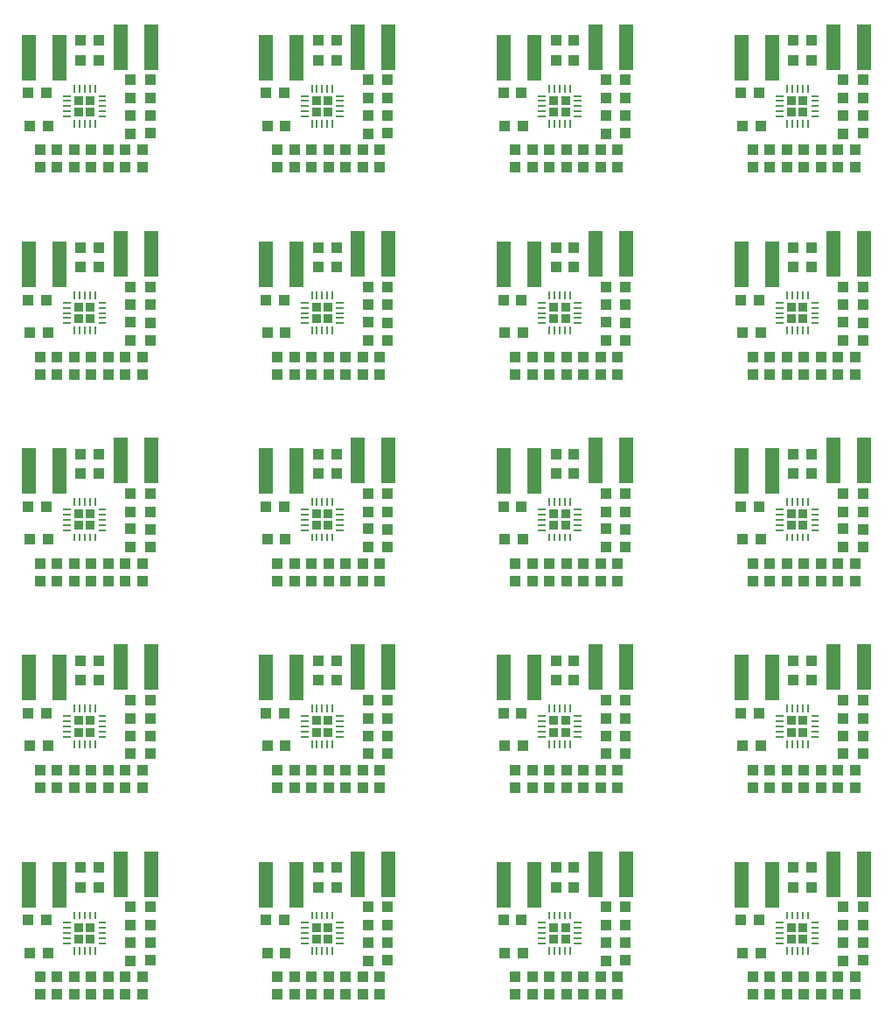
<source format=gtp>
%MOIN*%
%OFA0B0*%
%FSLAX34Y34*%
%IPPOS*%
%LPD*%
%AMOC8*
5,1,8,0,0,$1,22.5*%
%AMOC80*
5,1,8,0,0,$1,22.5*%
%AMOC81*
5,1,8,0,0,$1,22.5*%
%AMOC80*
5,1,8,0,0,$1,22.5*%
%AMOC81*
5,1,8,0,0,$1,22.5*%
%AMOC80*
5,1,8,0,0,$1,22.5*%
%AMOC81*
5,1,8,0,0,$1,22.5*%
%AMOC80*
5,1,8,0,0,$1,22.5*%
%AMOC81*
5,1,8,0,0,$1,22.5*%
%AMOC80*
5,1,8,0,0,$1,22.5*%
%AMOC81*
5,1,8,0,0,$1,22.5*%
%AMOC80*
5,1,8,0,0,$1,22.5*%
%AMOC81*
5,1,8,0,0,$1,22.5*%
%AMOC80*
5,1,8,0,0,$1,22.5*%
%AMOC81*
5,1,8,0,0,$1,22.5*%
%AMOC80*
5,1,8,0,0,$1,22.5*%
%AMOC81*
5,1,8,0,0,$1,22.5*%
%AMOC80*
5,1,8,0,0,$1,22.5*%
%AMOC81*
5,1,8,0,0,$1,22.5*%
%AMOC80*
5,1,8,0,0,$1,22.5*%
%ADD10R,0.041338582677165357X0.042519685039370085*%
%ADD11R,0.042519685039370085X0.041338582677165357*%
%ADD12R,0.0565X0.173*%
%ADD13R,0.043307086614173235X0.03937007874015748*%
%ADD14C,0.00984251968503937*%
%ADD15R,0.025590551181102365X0.00984251968503937*%
%ADD16R,0.00984251968503937X0.025590551181102365*%
%ADD17R,0.032283464566929133X0.032283464566929133*%
%ADD28R,0.041338582677165357X0.042519685039370085*%
%ADD29R,0.042519685039370085X0.041338582677165357*%
%ADD30R,0.0565X0.173*%
%ADD31R,0.043307086614173235X0.03937007874015748*%
%ADD32C,0.00984251968503937*%
%ADD33R,0.025590551181102365X0.00984251968503937*%
%ADD34R,0.00984251968503937X0.025590551181102365*%
%ADD35R,0.032283464566929133X0.032283464566929133*%
%ADD36R,0.041338582677165357X0.042519685039370085*%
%ADD37R,0.042519685039370085X0.041338582677165357*%
%ADD38R,0.0565X0.173*%
%ADD39R,0.043307086614173235X0.03937007874015748*%
%ADD40C,0.00984251968503937*%
%ADD41R,0.025590551181102365X0.00984251968503937*%
%ADD42R,0.00984251968503937X0.025590551181102365*%
%ADD43R,0.032283464566929133X0.032283464566929133*%
%ADD44R,0.041338582677165357X0.042519685039370085*%
%ADD45R,0.042519685039370085X0.041338582677165357*%
%ADD46R,0.0565X0.173*%
%ADD47R,0.043307086614173235X0.03937007874015748*%
%ADD48C,0.00984251968503937*%
%ADD49R,0.025590551181102365X0.00984251968503937*%
%ADD50R,0.00984251968503937X0.025590551181102365*%
%ADD51R,0.032283464566929133X0.032283464566929133*%
%ADD52R,0.041338582677165357X0.042519685039370085*%
%ADD53R,0.042519685039370085X0.041338582677165357*%
%ADD54R,0.0565X0.173*%
%ADD55R,0.043307086614173235X0.03937007874015748*%
%ADD56C,0.00984251968503937*%
%ADD57R,0.025590551181102365X0.00984251968503937*%
%ADD58R,0.00984251968503937X0.025590551181102365*%
%ADD59R,0.032283464566929133X0.032283464566929133*%
%ADD60R,0.041338582677165357X0.042519685039370085*%
%ADD61R,0.042519685039370085X0.041338582677165357*%
%ADD62R,0.0565X0.173*%
%ADD63R,0.043307086614173235X0.03937007874015748*%
%ADD64C,0.00984251968503937*%
%ADD65R,0.025590551181102365X0.00984251968503937*%
%ADD66R,0.00984251968503937X0.025590551181102365*%
%ADD67R,0.032283464566929133X0.032283464566929133*%
%ADD68R,0.041338582677165357X0.042519685039370085*%
%ADD69R,0.042519685039370085X0.041338582677165357*%
%ADD70R,0.0565X0.173*%
%ADD71R,0.043307086614173235X0.03937007874015748*%
%ADD72C,0.00984251968503937*%
%ADD73R,0.025590551181102365X0.00984251968503937*%
%ADD74R,0.00984251968503937X0.025590551181102365*%
%ADD75R,0.032283464566929133X0.032283464566929133*%
%ADD76R,0.041338582677165357X0.042519685039370085*%
%ADD77R,0.042519685039370085X0.041338582677165357*%
%ADD78R,0.0565X0.173*%
%ADD79R,0.043307086614173235X0.03937007874015748*%
%ADD80C,0.00984251968503937*%
%ADD81R,0.025590551181102365X0.00984251968503937*%
%ADD82R,0.00984251968503937X0.025590551181102365*%
%ADD83R,0.032283464566929133X0.032283464566929133*%
%ADD84R,0.041338582677165357X0.042519685039370085*%
%ADD85R,0.042519685039370085X0.041338582677165357*%
%ADD86R,0.0565X0.173*%
%ADD87R,0.043307086614173235X0.03937007874015748*%
%ADD88C,0.00984251968503937*%
%ADD89R,0.025590551181102365X0.00984251968503937*%
%ADD90R,0.00984251968503937X0.025590551181102365*%
%ADD91R,0.032283464566929133X0.032283464566929133*%
%ADD92R,0.041338582677165357X0.042519685039370085*%
%ADD93R,0.042519685039370085X0.041338582677165357*%
%ADD94R,0.0565X0.173*%
%ADD95R,0.043307086614173235X0.03937007874015748*%
%ADD96C,0.00984251968503937*%
%ADD97R,0.025590551181102365X0.00984251968503937*%
%ADD98R,0.00984251968503937X0.025590551181102365*%
%ADD99R,0.032283464566929133X0.032283464566929133*%
%ADD100R,0.041338582677165357X0.042519685039370085*%
%ADD101R,0.042519685039370085X0.041338582677165357*%
%ADD102R,0.0565X0.173*%
%ADD103R,0.043307086614173235X0.03937007874015748*%
%ADD104C,0.00984251968503937*%
%ADD105R,0.025590551181102365X0.00984251968503937*%
%ADD106R,0.00984251968503937X0.025590551181102365*%
%ADD107R,0.032283464566929133X0.032283464566929133*%
%ADD108R,0.041338582677165357X0.042519685039370085*%
%ADD109R,0.042519685039370085X0.041338582677165357*%
%ADD110R,0.0565X0.173*%
%ADD111R,0.043307086614173235X0.03937007874015748*%
%ADD112C,0.00984251968503937*%
%ADD113R,0.025590551181102365X0.00984251968503937*%
%ADD114R,0.00984251968503937X0.025590551181102365*%
%ADD115R,0.032283464566929133X0.032283464566929133*%
%ADD116R,0.041338582677165357X0.042519685039370085*%
%ADD117R,0.042519685039370085X0.041338582677165357*%
%ADD118R,0.0565X0.173*%
%ADD119R,0.043307086614173235X0.03937007874015748*%
%ADD120C,0.00984251968503937*%
%ADD121R,0.025590551181102365X0.00984251968503937*%
%ADD122R,0.00984251968503937X0.025590551181102365*%
%ADD123R,0.032283464566929133X0.032283464566929133*%
%ADD124R,0.041338582677165357X0.042519685039370085*%
%ADD125R,0.042519685039370085X0.041338582677165357*%
%ADD126R,0.0565X0.173*%
%ADD127R,0.043307086614173235X0.03937007874015748*%
%ADD128C,0.00984251968503937*%
%ADD129R,0.025590551181102365X0.00984251968503937*%
%ADD130R,0.00984251968503937X0.025590551181102365*%
%ADD131R,0.032283464566929133X0.032283464566929133*%
%ADD132R,0.041338582677165357X0.042519685039370085*%
%ADD133R,0.042519685039370085X0.041338582677165357*%
%ADD134R,0.0565X0.173*%
%ADD135R,0.043307086614173235X0.03937007874015748*%
%ADD136C,0.00984251968503937*%
%ADD137R,0.025590551181102365X0.00984251968503937*%
%ADD138R,0.00984251968503937X0.025590551181102365*%
%ADD139R,0.032283464566929133X0.032283464566929133*%
%ADD140R,0.041338582677165357X0.042519685039370085*%
%ADD141R,0.042519685039370085X0.041338582677165357*%
%ADD142R,0.0565X0.173*%
%ADD143R,0.043307086614173235X0.03937007874015748*%
%ADD144C,0.00984251968503937*%
%ADD145R,0.025590551181102365X0.00984251968503937*%
%ADD146R,0.00984251968503937X0.025590551181102365*%
%ADD147R,0.032283464566929133X0.032283464566929133*%
%ADD148R,0.041338582677165357X0.042519685039370085*%
%ADD149R,0.042519685039370085X0.041338582677165357*%
%ADD150R,0.0565X0.173*%
%ADD151R,0.043307086614173235X0.03937007874015748*%
%ADD152C,0.00984251968503937*%
%ADD153R,0.025590551181102365X0.00984251968503937*%
%ADD154R,0.00984251968503937X0.025590551181102365*%
%ADD155R,0.032283464566929133X0.032283464566929133*%
%ADD156R,0.041338582677165357X0.042519685039370085*%
%ADD157R,0.042519685039370085X0.041338582677165357*%
%ADD158R,0.0565X0.173*%
%ADD159R,0.043307086614173235X0.03937007874015748*%
%ADD160C,0.00984251968503937*%
%ADD161R,0.025590551181102365X0.00984251968503937*%
%ADD162R,0.00984251968503937X0.025590551181102365*%
%ADD163R,0.032283464566929133X0.032283464566929133*%
%ADD164R,0.041338582677165357X0.042519685039370085*%
%ADD165R,0.042519685039370085X0.041338582677165357*%
%ADD166R,0.0565X0.173*%
%ADD167R,0.043307086614173235X0.03937007874015748*%
%ADD168C,0.00984251968503937*%
%ADD169R,0.025590551181102365X0.00984251968503937*%
%ADD170R,0.00984251968503937X0.025590551181102365*%
%ADD171R,0.032283464566929133X0.032283464566929133*%
%ADD172R,0.041338582677165357X0.042519685039370085*%
%ADD173R,0.042519685039370085X0.041338582677165357*%
%ADD174R,0.0565X0.173*%
%ADD175R,0.043307086614173235X0.03937007874015748*%
%ADD176C,0.00984251968503937*%
%ADD177R,0.025590551181102365X0.00984251968503937*%
%ADD178R,0.00984251968503937X0.025590551181102365*%
%ADD179R,0.032283464566929133X0.032283464566929133*%
G75*
G01G01*
D10*
X-0000787Y0000393D02*
X0003318Y0005643D03*
X0004007Y0005643D03*
X0003318Y0006393D03*
X0004007Y0006393D03*
D11*
X0005212Y0004888D03*
X0005212Y0004199D03*
X0005962Y0004888D03*
X0005962Y0004199D03*
D10*
X0002057Y0003143D03*
X0001368Y0003143D03*
X0001318Y0004393D03*
X0002007Y0004393D03*
D11*
X0005212Y0002849D03*
X0005212Y0003538D03*
D12*
X0001330Y0005743D03*
X0002495Y0005743D03*
X0004830Y0006143D03*
X0005995Y0006143D03*
D13*
X0002412Y0002228D03*
X0002412Y0001559D03*
X0001762Y0001559D03*
X0001762Y0002228D03*
X0003062Y0002228D03*
X0003062Y0001559D03*
X0003712Y0002228D03*
X0003712Y0001559D03*
X0004362Y0001559D03*
X0004362Y0002228D03*
X0005012Y0002228D03*
X0005012Y0001559D03*
X0005662Y0001559D03*
X0005662Y0002228D03*
X0005962Y0002859D03*
X0005962Y0003528D03*
D14*
X0002901Y0004287D03*
X0002901Y0004090D03*
X0002901Y0003893D03*
X0002901Y0003696D03*
X0002901Y0003500D03*
X0003068Y0003332D03*
X0003265Y0003332D03*
X0003462Y0003332D03*
X0003659Y0003332D03*
X0003856Y0003332D03*
X0004023Y0003500D03*
X0004023Y0003696D03*
X0004023Y0003893D03*
X0004023Y0004090D03*
X0004023Y0004287D03*
X0003856Y0004454D03*
X0003659Y0004454D03*
X0003462Y0004454D03*
X0003265Y0004454D03*
X0003068Y0004454D03*
D15*
X0002773Y0004287D03*
X0002773Y0004090D03*
X0002773Y0003893D03*
X0002773Y0003696D03*
X0002773Y0003500D03*
D16*
X0003068Y0003204D03*
X0003265Y0003204D03*
X0003462Y0003204D03*
X0003659Y0003204D03*
X0003856Y0003204D03*
D15*
X0004151Y0003500D03*
X0004151Y0003696D03*
X0004151Y0003893D03*
X0004151Y0004090D03*
X0004151Y0004287D03*
D16*
X0003856Y0004582D03*
X0003659Y0004582D03*
X0003462Y0004582D03*
X0003265Y0004582D03*
X0003068Y0004582D03*
D17*
X0003242Y0004114D03*
X0003683Y0003673D03*
X0003242Y0003673D03*
X0003683Y0004114D03*
G04 next file*
G04 EAGLE Gerber X2 export*
G75*
G01G01*
D28*
X0008267Y0000393D02*
X0012373Y0005643D03*
X0013062Y0005643D03*
X0012373Y0006393D03*
X0013062Y0006393D03*
D29*
X0014267Y0004888D03*
X0014267Y0004199D03*
X0015017Y0004888D03*
X0015017Y0004199D03*
D28*
X0011112Y0003143D03*
X0010423Y0003143D03*
X0010373Y0004393D03*
X0011062Y0004393D03*
D29*
X0014267Y0002849D03*
X0014267Y0003538D03*
D30*
X0010385Y0005743D03*
X0011550Y0005743D03*
X0013885Y0006143D03*
X0015050Y0006143D03*
D31*
X0011467Y0002228D03*
X0011467Y0001559D03*
X0010817Y0001559D03*
X0010817Y0002228D03*
X0012117Y0002228D03*
X0012117Y0001559D03*
X0012767Y0002228D03*
X0012767Y0001559D03*
X0013417Y0001559D03*
X0013417Y0002228D03*
X0014067Y0002228D03*
X0014067Y0001559D03*
X0014717Y0001559D03*
X0014717Y0002228D03*
X0015017Y0002859D03*
X0015017Y0003528D03*
D32*
X0011956Y0004287D03*
X0011956Y0004090D03*
X0011956Y0003893D03*
X0011956Y0003696D03*
X0011956Y0003500D03*
X0012124Y0003332D03*
X0012320Y0003332D03*
X0012517Y0003332D03*
X0012714Y0003332D03*
X0012911Y0003332D03*
X0013078Y0003500D03*
X0013078Y0003696D03*
X0013078Y0003893D03*
X0013078Y0004090D03*
X0013078Y0004287D03*
X0012911Y0004454D03*
X0012714Y0004454D03*
X0012517Y0004454D03*
X0012320Y0004454D03*
X0012124Y0004454D03*
D33*
X0011828Y0004287D03*
X0011828Y0004090D03*
X0011828Y0003893D03*
X0011828Y0003696D03*
X0011828Y0003500D03*
D34*
X0012124Y0003204D03*
X0012320Y0003204D03*
X0012517Y0003204D03*
X0012714Y0003204D03*
X0012911Y0003204D03*
D33*
X0013206Y0003500D03*
X0013206Y0003696D03*
X0013206Y0003893D03*
X0013206Y0004090D03*
X0013206Y0004287D03*
D34*
X0012911Y0004582D03*
X0012714Y0004582D03*
X0012517Y0004582D03*
X0012320Y0004582D03*
X0012124Y0004582D03*
D35*
X0012297Y0004114D03*
X0012738Y0003673D03*
X0012297Y0003673D03*
X0012738Y0004114D03*
G04 next file*
G04 EAGLE Gerber X2 export*
G75*
G01G01*
D36*
X0017322Y0000393D02*
X0021428Y0005643D03*
X0022117Y0005643D03*
X0021428Y0006393D03*
X0022117Y0006393D03*
D37*
X0023322Y0004888D03*
X0023322Y0004199D03*
X0024072Y0004888D03*
X0024072Y0004199D03*
D36*
X0020167Y0003143D03*
X0019478Y0003143D03*
X0019428Y0004393D03*
X0020117Y0004393D03*
D37*
X0023322Y0002849D03*
X0023322Y0003538D03*
D38*
X0019440Y0005743D03*
X0020605Y0005743D03*
X0022940Y0006143D03*
X0024105Y0006143D03*
D39*
X0020522Y0002228D03*
X0020522Y0001559D03*
X0019872Y0001559D03*
X0019872Y0002228D03*
X0021172Y0002228D03*
X0021172Y0001559D03*
X0021822Y0002228D03*
X0021822Y0001559D03*
X0022472Y0001559D03*
X0022472Y0002228D03*
X0023122Y0002228D03*
X0023122Y0001559D03*
X0023772Y0001559D03*
X0023772Y0002228D03*
X0024072Y0002859D03*
X0024072Y0003528D03*
D40*
X0021011Y0004287D03*
X0021011Y0004090D03*
X0021011Y0003893D03*
X0021011Y0003696D03*
X0021011Y0003500D03*
X0021179Y0003332D03*
X0021375Y0003332D03*
X0021572Y0003332D03*
X0021769Y0003332D03*
X0021966Y0003332D03*
X0022133Y0003500D03*
X0022133Y0003696D03*
X0022133Y0003893D03*
X0022133Y0004090D03*
X0022133Y0004287D03*
X0021966Y0004454D03*
X0021769Y0004454D03*
X0021572Y0004454D03*
X0021375Y0004454D03*
X0021179Y0004454D03*
D41*
X0020883Y0004287D03*
X0020883Y0004090D03*
X0020883Y0003893D03*
X0020883Y0003696D03*
X0020883Y0003500D03*
D42*
X0021179Y0003204D03*
X0021375Y0003204D03*
X0021572Y0003204D03*
X0021769Y0003204D03*
X0021966Y0003204D03*
D41*
X0022261Y0003500D03*
X0022261Y0003696D03*
X0022261Y0003893D03*
X0022261Y0004090D03*
X0022261Y0004287D03*
D42*
X0021966Y0004582D03*
X0021769Y0004582D03*
X0021572Y0004582D03*
X0021375Y0004582D03*
X0021179Y0004582D03*
D43*
X0021352Y0004114D03*
X0021793Y0003673D03*
X0021352Y0003673D03*
X0021793Y0004114D03*
G04 next file*
G04 EAGLE Gerber X2 export*
G75*
G01G01*
D44*
X0026377Y0000393D02*
X0030483Y0005643D03*
X0031172Y0005643D03*
X0030483Y0006393D03*
X0031172Y0006393D03*
D45*
X0032377Y0004888D03*
X0032377Y0004199D03*
X0033127Y0004888D03*
X0033127Y0004199D03*
D44*
X0029222Y0003143D03*
X0028533Y0003143D03*
X0028483Y0004393D03*
X0029172Y0004393D03*
D45*
X0032377Y0002849D03*
X0032377Y0003538D03*
D46*
X0028495Y0005743D03*
X0029660Y0005743D03*
X0031995Y0006143D03*
X0033160Y0006143D03*
D47*
X0029577Y0002228D03*
X0029577Y0001559D03*
X0028927Y0001559D03*
X0028927Y0002228D03*
X0030227Y0002228D03*
X0030227Y0001559D03*
X0030877Y0002228D03*
X0030877Y0001559D03*
X0031527Y0001559D03*
X0031527Y0002228D03*
X0032177Y0002228D03*
X0032177Y0001559D03*
X0032827Y0001559D03*
X0032827Y0002228D03*
X0033127Y0002859D03*
X0033127Y0003528D03*
D48*
X0030066Y0004287D03*
X0030066Y0004090D03*
X0030066Y0003893D03*
X0030066Y0003696D03*
X0030066Y0003500D03*
X0030234Y0003332D03*
X0030431Y0003332D03*
X0030627Y0003332D03*
X0030824Y0003332D03*
X0031021Y0003332D03*
X0031188Y0003500D03*
X0031188Y0003696D03*
X0031188Y0003893D03*
X0031188Y0004090D03*
X0031188Y0004287D03*
X0031021Y0004454D03*
X0030824Y0004454D03*
X0030627Y0004454D03*
X0030431Y0004454D03*
X0030234Y0004454D03*
D49*
X0029938Y0004287D03*
X0029938Y0004090D03*
X0029938Y0003893D03*
X0029938Y0003696D03*
X0029938Y0003500D03*
D50*
X0030234Y0003204D03*
X0030431Y0003204D03*
X0030627Y0003204D03*
X0030824Y0003204D03*
X0031021Y0003204D03*
D49*
X0031316Y0003500D03*
X0031316Y0003696D03*
X0031316Y0003893D03*
X0031316Y0004090D03*
X0031316Y0004287D03*
D50*
X0031021Y0004582D03*
X0030824Y0004582D03*
X0030627Y0004582D03*
X0030431Y0004582D03*
X0030234Y0004582D03*
D51*
X0030407Y0004114D03*
X0030848Y0003673D03*
X0030407Y0003673D03*
X0030848Y0004114D03*
G04 next file*
G04 EAGLE Gerber X2 export*
G75*
G01G01*
D52*
X-0000787Y0008267D02*
X0003318Y0013517D03*
X0004007Y0013517D03*
X0003318Y0014267D03*
X0004007Y0014267D03*
D53*
X0005212Y0012762D03*
X0005212Y0012073D03*
X0005962Y0012762D03*
X0005962Y0012073D03*
D52*
X0002057Y0011017D03*
X0001368Y0011017D03*
X0001318Y0012267D03*
X0002007Y0012267D03*
D53*
X0005212Y0010723D03*
X0005212Y0011412D03*
D54*
X0001330Y0013617D03*
X0002495Y0013617D03*
X0004830Y0014017D03*
X0005995Y0014017D03*
D55*
X0002412Y0010102D03*
X0002412Y0009433D03*
X0001762Y0009433D03*
X0001762Y0010102D03*
X0003062Y0010102D03*
X0003062Y0009433D03*
X0003712Y0010102D03*
X0003712Y0009433D03*
X0004362Y0009433D03*
X0004362Y0010102D03*
X0005012Y0010102D03*
X0005012Y0009433D03*
X0005662Y0009433D03*
X0005662Y0010102D03*
X0005962Y0010733D03*
X0005962Y0011402D03*
D56*
X0002901Y0012161D03*
X0002901Y0011964D03*
X0002901Y0011767D03*
X0002901Y0011570D03*
X0002901Y0011374D03*
X0003068Y0011206D03*
X0003265Y0011206D03*
X0003462Y0011206D03*
X0003659Y0011206D03*
X0003856Y0011206D03*
X0004023Y0011374D03*
X0004023Y0011570D03*
X0004023Y0011767D03*
X0004023Y0011964D03*
X0004023Y0012161D03*
X0003856Y0012328D03*
X0003659Y0012328D03*
X0003462Y0012328D03*
X0003265Y0012328D03*
X0003068Y0012328D03*
D57*
X0002773Y0012161D03*
X0002773Y0011964D03*
X0002773Y0011767D03*
X0002773Y0011570D03*
X0002773Y0011374D03*
D58*
X0003068Y0011078D03*
X0003265Y0011078D03*
X0003462Y0011078D03*
X0003659Y0011078D03*
X0003856Y0011078D03*
D57*
X0004151Y0011374D03*
X0004151Y0011570D03*
X0004151Y0011767D03*
X0004151Y0011964D03*
X0004151Y0012161D03*
D58*
X0003856Y0012456D03*
X0003659Y0012456D03*
X0003462Y0012456D03*
X0003265Y0012456D03*
X0003068Y0012456D03*
D59*
X0003242Y0011988D03*
X0003683Y0011547D03*
X0003242Y0011547D03*
X0003683Y0011988D03*
G04 next file*
G04 EAGLE Gerber X2 export*
G75*
G01G01*
D60*
X0008267Y0008267D02*
X0012373Y0013517D03*
X0013062Y0013517D03*
X0012373Y0014267D03*
X0013062Y0014267D03*
D61*
X0014267Y0012762D03*
X0014267Y0012073D03*
X0015017Y0012762D03*
X0015017Y0012073D03*
D60*
X0011112Y0011017D03*
X0010423Y0011017D03*
X0010373Y0012267D03*
X0011062Y0012267D03*
D61*
X0014267Y0010723D03*
X0014267Y0011412D03*
D62*
X0010385Y0013617D03*
X0011550Y0013617D03*
X0013885Y0014017D03*
X0015050Y0014017D03*
D63*
X0011467Y0010102D03*
X0011467Y0009433D03*
X0010817Y0009433D03*
X0010817Y0010102D03*
X0012117Y0010102D03*
X0012117Y0009433D03*
X0012767Y0010102D03*
X0012767Y0009433D03*
X0013417Y0009433D03*
X0013417Y0010102D03*
X0014067Y0010102D03*
X0014067Y0009433D03*
X0014717Y0009433D03*
X0014717Y0010102D03*
X0015017Y0010733D03*
X0015017Y0011402D03*
D64*
X0011956Y0012161D03*
X0011956Y0011964D03*
X0011956Y0011767D03*
X0011956Y0011570D03*
X0011956Y0011374D03*
X0012124Y0011206D03*
X0012320Y0011206D03*
X0012517Y0011206D03*
X0012714Y0011206D03*
X0012911Y0011206D03*
X0013078Y0011374D03*
X0013078Y0011570D03*
X0013078Y0011767D03*
X0013078Y0011964D03*
X0013078Y0012161D03*
X0012911Y0012328D03*
X0012714Y0012328D03*
X0012517Y0012328D03*
X0012320Y0012328D03*
X0012124Y0012328D03*
D65*
X0011828Y0012161D03*
X0011828Y0011964D03*
X0011828Y0011767D03*
X0011828Y0011570D03*
X0011828Y0011374D03*
D66*
X0012124Y0011078D03*
X0012320Y0011078D03*
X0012517Y0011078D03*
X0012714Y0011078D03*
X0012911Y0011078D03*
D65*
X0013206Y0011374D03*
X0013206Y0011570D03*
X0013206Y0011767D03*
X0013206Y0011964D03*
X0013206Y0012161D03*
D66*
X0012911Y0012456D03*
X0012714Y0012456D03*
X0012517Y0012456D03*
X0012320Y0012456D03*
X0012124Y0012456D03*
D67*
X0012297Y0011988D03*
X0012738Y0011547D03*
X0012297Y0011547D03*
X0012738Y0011988D03*
G04 next file*
G04 EAGLE Gerber X2 export*
G75*
G01G01*
D68*
X0017322Y0008267D02*
X0021428Y0013517D03*
X0022117Y0013517D03*
X0021428Y0014267D03*
X0022117Y0014267D03*
D69*
X0023322Y0012762D03*
X0023322Y0012073D03*
X0024072Y0012762D03*
X0024072Y0012073D03*
D68*
X0020167Y0011017D03*
X0019478Y0011017D03*
X0019428Y0012267D03*
X0020117Y0012267D03*
D69*
X0023322Y0010723D03*
X0023322Y0011412D03*
D70*
X0019440Y0013617D03*
X0020605Y0013617D03*
X0022940Y0014017D03*
X0024105Y0014017D03*
D71*
X0020522Y0010102D03*
X0020522Y0009433D03*
X0019872Y0009433D03*
X0019872Y0010102D03*
X0021172Y0010102D03*
X0021172Y0009433D03*
X0021822Y0010102D03*
X0021822Y0009433D03*
X0022472Y0009433D03*
X0022472Y0010102D03*
X0023122Y0010102D03*
X0023122Y0009433D03*
X0023772Y0009433D03*
X0023772Y0010102D03*
X0024072Y0010733D03*
X0024072Y0011402D03*
D72*
X0021011Y0012161D03*
X0021011Y0011964D03*
X0021011Y0011767D03*
X0021011Y0011570D03*
X0021011Y0011374D03*
X0021179Y0011206D03*
X0021375Y0011206D03*
X0021572Y0011206D03*
X0021769Y0011206D03*
X0021966Y0011206D03*
X0022133Y0011374D03*
X0022133Y0011570D03*
X0022133Y0011767D03*
X0022133Y0011964D03*
X0022133Y0012161D03*
X0021966Y0012328D03*
X0021769Y0012328D03*
X0021572Y0012328D03*
X0021375Y0012328D03*
X0021179Y0012328D03*
D73*
X0020883Y0012161D03*
X0020883Y0011964D03*
X0020883Y0011767D03*
X0020883Y0011570D03*
X0020883Y0011374D03*
D74*
X0021179Y0011078D03*
X0021375Y0011078D03*
X0021572Y0011078D03*
X0021769Y0011078D03*
X0021966Y0011078D03*
D73*
X0022261Y0011374D03*
X0022261Y0011570D03*
X0022261Y0011767D03*
X0022261Y0011964D03*
X0022261Y0012161D03*
D74*
X0021966Y0012456D03*
X0021769Y0012456D03*
X0021572Y0012456D03*
X0021375Y0012456D03*
X0021179Y0012456D03*
D75*
X0021352Y0011988D03*
X0021793Y0011547D03*
X0021352Y0011547D03*
X0021793Y0011988D03*
G04 next file*
G04 EAGLE Gerber X2 export*
G75*
G01G01*
D76*
X0026377Y0008267D02*
X0030483Y0013517D03*
X0031172Y0013517D03*
X0030483Y0014267D03*
X0031172Y0014267D03*
D77*
X0032377Y0012762D03*
X0032377Y0012073D03*
X0033127Y0012762D03*
X0033127Y0012073D03*
D76*
X0029222Y0011017D03*
X0028533Y0011017D03*
X0028483Y0012267D03*
X0029172Y0012267D03*
D77*
X0032377Y0010723D03*
X0032377Y0011412D03*
D78*
X0028495Y0013617D03*
X0029660Y0013617D03*
X0031995Y0014017D03*
X0033160Y0014017D03*
D79*
X0029577Y0010102D03*
X0029577Y0009433D03*
X0028927Y0009433D03*
X0028927Y0010102D03*
X0030227Y0010102D03*
X0030227Y0009433D03*
X0030877Y0010102D03*
X0030877Y0009433D03*
X0031527Y0009433D03*
X0031527Y0010102D03*
X0032177Y0010102D03*
X0032177Y0009433D03*
X0032827Y0009433D03*
X0032827Y0010102D03*
X0033127Y0010733D03*
X0033127Y0011402D03*
D80*
X0030066Y0012161D03*
X0030066Y0011964D03*
X0030066Y0011767D03*
X0030066Y0011570D03*
X0030066Y0011374D03*
X0030234Y0011206D03*
X0030431Y0011206D03*
X0030627Y0011206D03*
X0030824Y0011206D03*
X0031021Y0011206D03*
X0031188Y0011374D03*
X0031188Y0011570D03*
X0031188Y0011767D03*
X0031188Y0011964D03*
X0031188Y0012161D03*
X0031021Y0012328D03*
X0030824Y0012328D03*
X0030627Y0012328D03*
X0030431Y0012328D03*
X0030234Y0012328D03*
D81*
X0029938Y0012161D03*
X0029938Y0011964D03*
X0029938Y0011767D03*
X0029938Y0011570D03*
X0029938Y0011374D03*
D82*
X0030234Y0011078D03*
X0030431Y0011078D03*
X0030627Y0011078D03*
X0030824Y0011078D03*
X0031021Y0011078D03*
D81*
X0031316Y0011374D03*
X0031316Y0011570D03*
X0031316Y0011767D03*
X0031316Y0011964D03*
X0031316Y0012161D03*
D82*
X0031021Y0012456D03*
X0030824Y0012456D03*
X0030627Y0012456D03*
X0030431Y0012456D03*
X0030234Y0012456D03*
D83*
X0030407Y0011988D03*
X0030848Y0011547D03*
X0030407Y0011547D03*
X0030848Y0011988D03*
G04 next file*
G04 EAGLE Gerber X2 export*
G75*
G01G01*
D84*
X-0000787Y0016141D02*
X0003318Y0021391D03*
X0004007Y0021391D03*
X0003318Y0022141D03*
X0004007Y0022141D03*
D85*
X0005212Y0020636D03*
X0005212Y0019947D03*
X0005962Y0020636D03*
X0005962Y0019947D03*
D84*
X0002057Y0018891D03*
X0001368Y0018891D03*
X0001318Y0020141D03*
X0002007Y0020141D03*
D85*
X0005212Y0018597D03*
X0005212Y0019286D03*
D86*
X0001330Y0021491D03*
X0002495Y0021491D03*
X0004830Y0021891D03*
X0005995Y0021891D03*
D87*
X0002412Y0017976D03*
X0002412Y0017307D03*
X0001762Y0017307D03*
X0001762Y0017976D03*
X0003062Y0017976D03*
X0003062Y0017307D03*
X0003712Y0017976D03*
X0003712Y0017307D03*
X0004362Y0017307D03*
X0004362Y0017976D03*
X0005012Y0017976D03*
X0005012Y0017307D03*
X0005662Y0017307D03*
X0005662Y0017976D03*
X0005962Y0018607D03*
X0005962Y0019276D03*
D88*
X0002901Y0020035D03*
X0002901Y0019838D03*
X0002901Y0019641D03*
X0002901Y0019444D03*
X0002901Y0019248D03*
X0003068Y0019080D03*
X0003265Y0019080D03*
X0003462Y0019080D03*
X0003659Y0019080D03*
X0003856Y0019080D03*
X0004023Y0019248D03*
X0004023Y0019444D03*
X0004023Y0019641D03*
X0004023Y0019838D03*
X0004023Y0020035D03*
X0003856Y0020202D03*
X0003659Y0020202D03*
X0003462Y0020202D03*
X0003265Y0020202D03*
X0003068Y0020202D03*
D89*
X0002773Y0020035D03*
X0002773Y0019838D03*
X0002773Y0019641D03*
X0002773Y0019444D03*
X0002773Y0019248D03*
D90*
X0003068Y0018952D03*
X0003265Y0018952D03*
X0003462Y0018952D03*
X0003659Y0018952D03*
X0003856Y0018952D03*
D89*
X0004151Y0019248D03*
X0004151Y0019444D03*
X0004151Y0019641D03*
X0004151Y0019838D03*
X0004151Y0020035D03*
D90*
X0003856Y0020330D03*
X0003659Y0020330D03*
X0003462Y0020330D03*
X0003265Y0020330D03*
X0003068Y0020330D03*
D91*
X0003242Y0019862D03*
X0003683Y0019421D03*
X0003242Y0019421D03*
X0003683Y0019862D03*
G04 next file*
G04 EAGLE Gerber X2 export*
G75*
G01G01*
D92*
X0008267Y0016141D02*
X0012373Y0021391D03*
X0013062Y0021391D03*
X0012373Y0022141D03*
X0013062Y0022141D03*
D93*
X0014267Y0020636D03*
X0014267Y0019947D03*
X0015017Y0020636D03*
X0015017Y0019947D03*
D92*
X0011112Y0018891D03*
X0010423Y0018891D03*
X0010373Y0020141D03*
X0011062Y0020141D03*
D93*
X0014267Y0018597D03*
X0014267Y0019286D03*
D94*
X0010385Y0021491D03*
X0011550Y0021491D03*
X0013885Y0021891D03*
X0015050Y0021891D03*
D95*
X0011467Y0017976D03*
X0011467Y0017307D03*
X0010817Y0017307D03*
X0010817Y0017976D03*
X0012117Y0017976D03*
X0012117Y0017307D03*
X0012767Y0017976D03*
X0012767Y0017307D03*
X0013417Y0017307D03*
X0013417Y0017976D03*
X0014067Y0017976D03*
X0014067Y0017307D03*
X0014717Y0017307D03*
X0014717Y0017976D03*
X0015017Y0018607D03*
X0015017Y0019276D03*
D96*
X0011956Y0020035D03*
X0011956Y0019838D03*
X0011956Y0019641D03*
X0011956Y0019444D03*
X0011956Y0019248D03*
X0012124Y0019080D03*
X0012320Y0019080D03*
X0012517Y0019080D03*
X0012714Y0019080D03*
X0012911Y0019080D03*
X0013078Y0019248D03*
X0013078Y0019444D03*
X0013078Y0019641D03*
X0013078Y0019838D03*
X0013078Y0020035D03*
X0012911Y0020202D03*
X0012714Y0020202D03*
X0012517Y0020202D03*
X0012320Y0020202D03*
X0012124Y0020202D03*
D97*
X0011828Y0020035D03*
X0011828Y0019838D03*
X0011828Y0019641D03*
X0011828Y0019444D03*
X0011828Y0019248D03*
D98*
X0012124Y0018952D03*
X0012320Y0018952D03*
X0012517Y0018952D03*
X0012714Y0018952D03*
X0012911Y0018952D03*
D97*
X0013206Y0019248D03*
X0013206Y0019444D03*
X0013206Y0019641D03*
X0013206Y0019838D03*
X0013206Y0020035D03*
D98*
X0012911Y0020330D03*
X0012714Y0020330D03*
X0012517Y0020330D03*
X0012320Y0020330D03*
X0012124Y0020330D03*
D99*
X0012297Y0019862D03*
X0012738Y0019421D03*
X0012297Y0019421D03*
X0012738Y0019862D03*
G04 next file*
G04 EAGLE Gerber X2 export*
G75*
G01G01*
D100*
X0017322Y0016141D02*
X0021428Y0021391D03*
X0022117Y0021391D03*
X0021428Y0022141D03*
X0022117Y0022141D03*
D101*
X0023322Y0020636D03*
X0023322Y0019947D03*
X0024072Y0020636D03*
X0024072Y0019947D03*
D100*
X0020167Y0018891D03*
X0019478Y0018891D03*
X0019428Y0020141D03*
X0020117Y0020141D03*
D101*
X0023322Y0018597D03*
X0023322Y0019286D03*
D102*
X0019440Y0021491D03*
X0020605Y0021491D03*
X0022940Y0021891D03*
X0024105Y0021891D03*
D103*
X0020522Y0017976D03*
X0020522Y0017307D03*
X0019872Y0017307D03*
X0019872Y0017976D03*
X0021172Y0017976D03*
X0021172Y0017307D03*
X0021822Y0017976D03*
X0021822Y0017307D03*
X0022472Y0017307D03*
X0022472Y0017976D03*
X0023122Y0017976D03*
X0023122Y0017307D03*
X0023772Y0017307D03*
X0023772Y0017976D03*
X0024072Y0018607D03*
X0024072Y0019276D03*
D104*
X0021011Y0020035D03*
X0021011Y0019838D03*
X0021011Y0019641D03*
X0021011Y0019444D03*
X0021011Y0019248D03*
X0021179Y0019080D03*
X0021375Y0019080D03*
X0021572Y0019080D03*
X0021769Y0019080D03*
X0021966Y0019080D03*
X0022133Y0019248D03*
X0022133Y0019444D03*
X0022133Y0019641D03*
X0022133Y0019838D03*
X0022133Y0020035D03*
X0021966Y0020202D03*
X0021769Y0020202D03*
X0021572Y0020202D03*
X0021375Y0020202D03*
X0021179Y0020202D03*
D105*
X0020883Y0020035D03*
X0020883Y0019838D03*
X0020883Y0019641D03*
X0020883Y0019444D03*
X0020883Y0019248D03*
D106*
X0021179Y0018952D03*
X0021375Y0018952D03*
X0021572Y0018952D03*
X0021769Y0018952D03*
X0021966Y0018952D03*
D105*
X0022261Y0019248D03*
X0022261Y0019444D03*
X0022261Y0019641D03*
X0022261Y0019838D03*
X0022261Y0020035D03*
D106*
X0021966Y0020330D03*
X0021769Y0020330D03*
X0021572Y0020330D03*
X0021375Y0020330D03*
X0021179Y0020330D03*
D107*
X0021352Y0019862D03*
X0021793Y0019421D03*
X0021352Y0019421D03*
X0021793Y0019862D03*
G04 next file*
G04 EAGLE Gerber X2 export*
G75*
G01G01*
D108*
X0026377Y0016141D02*
X0030483Y0021391D03*
X0031172Y0021391D03*
X0030483Y0022141D03*
X0031172Y0022141D03*
D109*
X0032377Y0020636D03*
X0032377Y0019947D03*
X0033127Y0020636D03*
X0033127Y0019947D03*
D108*
X0029222Y0018891D03*
X0028533Y0018891D03*
X0028483Y0020141D03*
X0029172Y0020141D03*
D109*
X0032377Y0018597D03*
X0032377Y0019286D03*
D110*
X0028495Y0021491D03*
X0029660Y0021491D03*
X0031995Y0021891D03*
X0033160Y0021891D03*
D111*
X0029577Y0017976D03*
X0029577Y0017307D03*
X0028927Y0017307D03*
X0028927Y0017976D03*
X0030227Y0017976D03*
X0030227Y0017307D03*
X0030877Y0017976D03*
X0030877Y0017307D03*
X0031527Y0017307D03*
X0031527Y0017976D03*
X0032177Y0017976D03*
X0032177Y0017307D03*
X0032827Y0017307D03*
X0032827Y0017976D03*
X0033127Y0018607D03*
X0033127Y0019276D03*
D112*
X0030066Y0020035D03*
X0030066Y0019838D03*
X0030066Y0019641D03*
X0030066Y0019444D03*
X0030066Y0019248D03*
X0030234Y0019080D03*
X0030431Y0019080D03*
X0030627Y0019080D03*
X0030824Y0019080D03*
X0031021Y0019080D03*
X0031188Y0019248D03*
X0031188Y0019444D03*
X0031188Y0019641D03*
X0031188Y0019838D03*
X0031188Y0020035D03*
X0031021Y0020202D03*
X0030824Y0020202D03*
X0030627Y0020202D03*
X0030431Y0020202D03*
X0030234Y0020202D03*
D113*
X0029938Y0020035D03*
X0029938Y0019838D03*
X0029938Y0019641D03*
X0029938Y0019444D03*
X0029938Y0019248D03*
D114*
X0030234Y0018952D03*
X0030431Y0018952D03*
X0030627Y0018952D03*
X0030824Y0018952D03*
X0031021Y0018952D03*
D113*
X0031316Y0019248D03*
X0031316Y0019444D03*
X0031316Y0019641D03*
X0031316Y0019838D03*
X0031316Y0020035D03*
D114*
X0031021Y0020330D03*
X0030824Y0020330D03*
X0030627Y0020330D03*
X0030431Y0020330D03*
X0030234Y0020330D03*
D115*
X0030407Y0019862D03*
X0030848Y0019421D03*
X0030407Y0019421D03*
X0030848Y0019862D03*
G04 next file*
G04 EAGLE Gerber X2 export*
G75*
G01G01*
D116*
X-0000787Y0024015D02*
X0003318Y0029265D03*
X0004007Y0029265D03*
X0003318Y0030015D03*
X0004007Y0030015D03*
D117*
X0005212Y0028510D03*
X0005212Y0027821D03*
X0005962Y0028510D03*
X0005962Y0027821D03*
D116*
X0002057Y0026765D03*
X0001368Y0026765D03*
X0001318Y0028015D03*
X0002007Y0028015D03*
D117*
X0005212Y0026471D03*
X0005212Y0027160D03*
D118*
X0001330Y0029365D03*
X0002495Y0029365D03*
X0004830Y0029765D03*
X0005995Y0029765D03*
D119*
X0002412Y0025850D03*
X0002412Y0025181D03*
X0001762Y0025181D03*
X0001762Y0025850D03*
X0003062Y0025850D03*
X0003062Y0025181D03*
X0003712Y0025850D03*
X0003712Y0025181D03*
X0004362Y0025181D03*
X0004362Y0025850D03*
X0005012Y0025850D03*
X0005012Y0025181D03*
X0005662Y0025181D03*
X0005662Y0025850D03*
X0005962Y0026481D03*
X0005962Y0027150D03*
D120*
X0002901Y0027909D03*
X0002901Y0027712D03*
X0002901Y0027515D03*
X0002901Y0027318D03*
X0002901Y0027122D03*
X0003068Y0026954D03*
X0003265Y0026954D03*
X0003462Y0026954D03*
X0003659Y0026954D03*
X0003856Y0026954D03*
X0004023Y0027122D03*
X0004023Y0027318D03*
X0004023Y0027515D03*
X0004023Y0027712D03*
X0004023Y0027909D03*
X0003856Y0028076D03*
X0003659Y0028076D03*
X0003462Y0028076D03*
X0003265Y0028076D03*
X0003068Y0028076D03*
D121*
X0002773Y0027909D03*
X0002773Y0027712D03*
X0002773Y0027515D03*
X0002773Y0027318D03*
X0002773Y0027122D03*
D122*
X0003068Y0026826D03*
X0003265Y0026826D03*
X0003462Y0026826D03*
X0003659Y0026826D03*
X0003856Y0026826D03*
D121*
X0004151Y0027122D03*
X0004151Y0027318D03*
X0004151Y0027515D03*
X0004151Y0027712D03*
X0004151Y0027909D03*
D122*
X0003856Y0028204D03*
X0003659Y0028204D03*
X0003462Y0028204D03*
X0003265Y0028204D03*
X0003068Y0028204D03*
D123*
X0003242Y0027736D03*
X0003683Y0027295D03*
X0003242Y0027295D03*
X0003683Y0027736D03*
G04 next file*
G04 EAGLE Gerber X2 export*
G75*
G01G01*
D124*
X0008267Y0024015D02*
X0012373Y0029265D03*
X0013062Y0029265D03*
X0012373Y0030015D03*
X0013062Y0030015D03*
D125*
X0014267Y0028510D03*
X0014267Y0027821D03*
X0015017Y0028510D03*
X0015017Y0027821D03*
D124*
X0011112Y0026765D03*
X0010423Y0026765D03*
X0010373Y0028015D03*
X0011062Y0028015D03*
D125*
X0014267Y0026471D03*
X0014267Y0027160D03*
D126*
X0010385Y0029365D03*
X0011550Y0029365D03*
X0013885Y0029765D03*
X0015050Y0029765D03*
D127*
X0011467Y0025850D03*
X0011467Y0025181D03*
X0010817Y0025181D03*
X0010817Y0025850D03*
X0012117Y0025850D03*
X0012117Y0025181D03*
X0012767Y0025850D03*
X0012767Y0025181D03*
X0013417Y0025181D03*
X0013417Y0025850D03*
X0014067Y0025850D03*
X0014067Y0025181D03*
X0014717Y0025181D03*
X0014717Y0025850D03*
X0015017Y0026481D03*
X0015017Y0027150D03*
D128*
X0011956Y0027909D03*
X0011956Y0027712D03*
X0011956Y0027515D03*
X0011956Y0027318D03*
X0011956Y0027122D03*
X0012124Y0026954D03*
X0012320Y0026954D03*
X0012517Y0026954D03*
X0012714Y0026954D03*
X0012911Y0026954D03*
X0013078Y0027122D03*
X0013078Y0027318D03*
X0013078Y0027515D03*
X0013078Y0027712D03*
X0013078Y0027909D03*
X0012911Y0028076D03*
X0012714Y0028076D03*
X0012517Y0028076D03*
X0012320Y0028076D03*
X0012124Y0028076D03*
D129*
X0011828Y0027909D03*
X0011828Y0027712D03*
X0011828Y0027515D03*
X0011828Y0027318D03*
X0011828Y0027122D03*
D130*
X0012124Y0026826D03*
X0012320Y0026826D03*
X0012517Y0026826D03*
X0012714Y0026826D03*
X0012911Y0026826D03*
D129*
X0013206Y0027122D03*
X0013206Y0027318D03*
X0013206Y0027515D03*
X0013206Y0027712D03*
X0013206Y0027909D03*
D130*
X0012911Y0028204D03*
X0012714Y0028204D03*
X0012517Y0028204D03*
X0012320Y0028204D03*
X0012124Y0028204D03*
D131*
X0012297Y0027736D03*
X0012738Y0027295D03*
X0012297Y0027295D03*
X0012738Y0027736D03*
G04 next file*
G04 EAGLE Gerber X2 export*
G75*
G01G01*
D132*
X0017322Y0024015D02*
X0021428Y0029265D03*
X0022117Y0029265D03*
X0021428Y0030015D03*
X0022117Y0030015D03*
D133*
X0023322Y0028510D03*
X0023322Y0027821D03*
X0024072Y0028510D03*
X0024072Y0027821D03*
D132*
X0020167Y0026765D03*
X0019478Y0026765D03*
X0019428Y0028015D03*
X0020117Y0028015D03*
D133*
X0023322Y0026471D03*
X0023322Y0027160D03*
D134*
X0019440Y0029365D03*
X0020605Y0029365D03*
X0022940Y0029765D03*
X0024105Y0029765D03*
D135*
X0020522Y0025850D03*
X0020522Y0025181D03*
X0019872Y0025181D03*
X0019872Y0025850D03*
X0021172Y0025850D03*
X0021172Y0025181D03*
X0021822Y0025850D03*
X0021822Y0025181D03*
X0022472Y0025181D03*
X0022472Y0025850D03*
X0023122Y0025850D03*
X0023122Y0025181D03*
X0023772Y0025181D03*
X0023772Y0025850D03*
X0024072Y0026481D03*
X0024072Y0027150D03*
D136*
X0021011Y0027909D03*
X0021011Y0027712D03*
X0021011Y0027515D03*
X0021011Y0027318D03*
X0021011Y0027122D03*
X0021179Y0026954D03*
X0021375Y0026954D03*
X0021572Y0026954D03*
X0021769Y0026954D03*
X0021966Y0026954D03*
X0022133Y0027122D03*
X0022133Y0027318D03*
X0022133Y0027515D03*
X0022133Y0027712D03*
X0022133Y0027909D03*
X0021966Y0028076D03*
X0021769Y0028076D03*
X0021572Y0028076D03*
X0021375Y0028076D03*
X0021179Y0028076D03*
D137*
X0020883Y0027909D03*
X0020883Y0027712D03*
X0020883Y0027515D03*
X0020883Y0027318D03*
X0020883Y0027122D03*
D138*
X0021179Y0026826D03*
X0021375Y0026826D03*
X0021572Y0026826D03*
X0021769Y0026826D03*
X0021966Y0026826D03*
D137*
X0022261Y0027122D03*
X0022261Y0027318D03*
X0022261Y0027515D03*
X0022261Y0027712D03*
X0022261Y0027909D03*
D138*
X0021966Y0028204D03*
X0021769Y0028204D03*
X0021572Y0028204D03*
X0021375Y0028204D03*
X0021179Y0028204D03*
D139*
X0021352Y0027736D03*
X0021793Y0027295D03*
X0021352Y0027295D03*
X0021793Y0027736D03*
G04 next file*
G04 EAGLE Gerber X2 export*
G75*
G01G01*
D140*
X0026377Y0024015D02*
X0030483Y0029265D03*
X0031172Y0029265D03*
X0030483Y0030015D03*
X0031172Y0030015D03*
D141*
X0032377Y0028510D03*
X0032377Y0027821D03*
X0033127Y0028510D03*
X0033127Y0027821D03*
D140*
X0029222Y0026765D03*
X0028533Y0026765D03*
X0028483Y0028015D03*
X0029172Y0028015D03*
D141*
X0032377Y0026471D03*
X0032377Y0027160D03*
D142*
X0028495Y0029365D03*
X0029660Y0029365D03*
X0031995Y0029765D03*
X0033160Y0029765D03*
D143*
X0029577Y0025850D03*
X0029577Y0025181D03*
X0028927Y0025181D03*
X0028927Y0025850D03*
X0030227Y0025850D03*
X0030227Y0025181D03*
X0030877Y0025850D03*
X0030877Y0025181D03*
X0031527Y0025181D03*
X0031527Y0025850D03*
X0032177Y0025850D03*
X0032177Y0025181D03*
X0032827Y0025181D03*
X0032827Y0025850D03*
X0033127Y0026481D03*
X0033127Y0027150D03*
D144*
X0030066Y0027909D03*
X0030066Y0027712D03*
X0030066Y0027515D03*
X0030066Y0027318D03*
X0030066Y0027122D03*
X0030234Y0026954D03*
X0030431Y0026954D03*
X0030627Y0026954D03*
X0030824Y0026954D03*
X0031021Y0026954D03*
X0031188Y0027122D03*
X0031188Y0027318D03*
X0031188Y0027515D03*
X0031188Y0027712D03*
X0031188Y0027909D03*
X0031021Y0028076D03*
X0030824Y0028076D03*
X0030627Y0028076D03*
X0030431Y0028076D03*
X0030234Y0028076D03*
D145*
X0029938Y0027909D03*
X0029938Y0027712D03*
X0029938Y0027515D03*
X0029938Y0027318D03*
X0029938Y0027122D03*
D146*
X0030234Y0026826D03*
X0030431Y0026826D03*
X0030627Y0026826D03*
X0030824Y0026826D03*
X0031021Y0026826D03*
D145*
X0031316Y0027122D03*
X0031316Y0027318D03*
X0031316Y0027515D03*
X0031316Y0027712D03*
X0031316Y0027909D03*
D146*
X0031021Y0028204D03*
X0030824Y0028204D03*
X0030627Y0028204D03*
X0030431Y0028204D03*
X0030234Y0028204D03*
D147*
X0030407Y0027736D03*
X0030848Y0027295D03*
X0030407Y0027295D03*
X0030848Y0027736D03*
G04 next file*
G04 EAGLE Gerber X2 export*
G75*
G01G01*
D148*
X-0000787Y0031889D02*
X0003318Y0037139D03*
X0004007Y0037139D03*
X0003318Y0037889D03*
X0004007Y0037889D03*
D149*
X0005212Y0036384D03*
X0005212Y0035695D03*
X0005962Y0036384D03*
X0005962Y0035695D03*
D148*
X0002057Y0034639D03*
X0001368Y0034639D03*
X0001318Y0035889D03*
X0002007Y0035889D03*
D149*
X0005212Y0034345D03*
X0005212Y0035034D03*
D150*
X0001330Y0037239D03*
X0002495Y0037239D03*
X0004830Y0037639D03*
X0005995Y0037639D03*
D151*
X0002412Y0033724D03*
X0002412Y0033055D03*
X0001762Y0033055D03*
X0001762Y0033724D03*
X0003062Y0033724D03*
X0003062Y0033055D03*
X0003712Y0033724D03*
X0003712Y0033055D03*
X0004362Y0033055D03*
X0004362Y0033724D03*
X0005012Y0033724D03*
X0005012Y0033055D03*
X0005662Y0033055D03*
X0005662Y0033724D03*
X0005962Y0034355D03*
X0005962Y0035024D03*
D152*
X0002901Y0035783D03*
X0002901Y0035586D03*
X0002901Y0035389D03*
X0002901Y0035192D03*
X0002901Y0034996D03*
X0003068Y0034828D03*
X0003265Y0034828D03*
X0003462Y0034828D03*
X0003659Y0034828D03*
X0003856Y0034828D03*
X0004023Y0034996D03*
X0004023Y0035192D03*
X0004023Y0035389D03*
X0004023Y0035586D03*
X0004023Y0035783D03*
X0003856Y0035950D03*
X0003659Y0035950D03*
X0003462Y0035950D03*
X0003265Y0035950D03*
X0003068Y0035950D03*
D153*
X0002773Y0035783D03*
X0002773Y0035586D03*
X0002773Y0035389D03*
X0002773Y0035192D03*
X0002773Y0034996D03*
D154*
X0003068Y0034700D03*
X0003265Y0034700D03*
X0003462Y0034700D03*
X0003659Y0034700D03*
X0003856Y0034700D03*
D153*
X0004151Y0034996D03*
X0004151Y0035192D03*
X0004151Y0035389D03*
X0004151Y0035586D03*
X0004151Y0035783D03*
D154*
X0003856Y0036078D03*
X0003659Y0036078D03*
X0003462Y0036078D03*
X0003265Y0036078D03*
X0003068Y0036078D03*
D155*
X0003242Y0035610D03*
X0003683Y0035169D03*
X0003242Y0035169D03*
X0003683Y0035610D03*
G04 next file*
G04 EAGLE Gerber X2 export*
G75*
G01G01*
D156*
X0008267Y0031889D02*
X0012373Y0037139D03*
X0013062Y0037139D03*
X0012373Y0037889D03*
X0013062Y0037889D03*
D157*
X0014267Y0036384D03*
X0014267Y0035695D03*
X0015017Y0036384D03*
X0015017Y0035695D03*
D156*
X0011112Y0034639D03*
X0010423Y0034639D03*
X0010373Y0035889D03*
X0011062Y0035889D03*
D157*
X0014267Y0034345D03*
X0014267Y0035034D03*
D158*
X0010385Y0037239D03*
X0011550Y0037239D03*
X0013885Y0037639D03*
X0015050Y0037639D03*
D159*
X0011467Y0033724D03*
X0011467Y0033055D03*
X0010817Y0033055D03*
X0010817Y0033724D03*
X0012117Y0033724D03*
X0012117Y0033055D03*
X0012767Y0033724D03*
X0012767Y0033055D03*
X0013417Y0033055D03*
X0013417Y0033724D03*
X0014067Y0033724D03*
X0014067Y0033055D03*
X0014717Y0033055D03*
X0014717Y0033724D03*
X0015017Y0034355D03*
X0015017Y0035024D03*
D160*
X0011956Y0035783D03*
X0011956Y0035586D03*
X0011956Y0035389D03*
X0011956Y0035192D03*
X0011956Y0034996D03*
X0012124Y0034828D03*
X0012320Y0034828D03*
X0012517Y0034828D03*
X0012714Y0034828D03*
X0012911Y0034828D03*
X0013078Y0034996D03*
X0013078Y0035192D03*
X0013078Y0035389D03*
X0013078Y0035586D03*
X0013078Y0035783D03*
X0012911Y0035950D03*
X0012714Y0035950D03*
X0012517Y0035950D03*
X0012320Y0035950D03*
X0012124Y0035950D03*
D161*
X0011828Y0035783D03*
X0011828Y0035586D03*
X0011828Y0035389D03*
X0011828Y0035192D03*
X0011828Y0034996D03*
D162*
X0012124Y0034700D03*
X0012320Y0034700D03*
X0012517Y0034700D03*
X0012714Y0034700D03*
X0012911Y0034700D03*
D161*
X0013206Y0034996D03*
X0013206Y0035192D03*
X0013206Y0035389D03*
X0013206Y0035586D03*
X0013206Y0035783D03*
D162*
X0012911Y0036078D03*
X0012714Y0036078D03*
X0012517Y0036078D03*
X0012320Y0036078D03*
X0012124Y0036078D03*
D163*
X0012297Y0035610D03*
X0012738Y0035169D03*
X0012297Y0035169D03*
X0012738Y0035610D03*
G04 next file*
G04 EAGLE Gerber X2 export*
G75*
G01G01*
D164*
X0017322Y0031889D02*
X0021428Y0037139D03*
X0022117Y0037139D03*
X0021428Y0037889D03*
X0022117Y0037889D03*
D165*
X0023322Y0036384D03*
X0023322Y0035695D03*
X0024072Y0036384D03*
X0024072Y0035695D03*
D164*
X0020167Y0034639D03*
X0019478Y0034639D03*
X0019428Y0035889D03*
X0020117Y0035889D03*
D165*
X0023322Y0034345D03*
X0023322Y0035034D03*
D166*
X0019440Y0037239D03*
X0020605Y0037239D03*
X0022940Y0037639D03*
X0024105Y0037639D03*
D167*
X0020522Y0033724D03*
X0020522Y0033055D03*
X0019872Y0033055D03*
X0019872Y0033724D03*
X0021172Y0033724D03*
X0021172Y0033055D03*
X0021822Y0033724D03*
X0021822Y0033055D03*
X0022472Y0033055D03*
X0022472Y0033724D03*
X0023122Y0033724D03*
X0023122Y0033055D03*
X0023772Y0033055D03*
X0023772Y0033724D03*
X0024072Y0034355D03*
X0024072Y0035024D03*
D168*
X0021011Y0035783D03*
X0021011Y0035586D03*
X0021011Y0035389D03*
X0021011Y0035192D03*
X0021011Y0034996D03*
X0021179Y0034828D03*
X0021375Y0034828D03*
X0021572Y0034828D03*
X0021769Y0034828D03*
X0021966Y0034828D03*
X0022133Y0034996D03*
X0022133Y0035192D03*
X0022133Y0035389D03*
X0022133Y0035586D03*
X0022133Y0035783D03*
X0021966Y0035950D03*
X0021769Y0035950D03*
X0021572Y0035950D03*
X0021375Y0035950D03*
X0021179Y0035950D03*
D169*
X0020883Y0035783D03*
X0020883Y0035586D03*
X0020883Y0035389D03*
X0020883Y0035192D03*
X0020883Y0034996D03*
D170*
X0021179Y0034700D03*
X0021375Y0034700D03*
X0021572Y0034700D03*
X0021769Y0034700D03*
X0021966Y0034700D03*
D169*
X0022261Y0034996D03*
X0022261Y0035192D03*
X0022261Y0035389D03*
X0022261Y0035586D03*
X0022261Y0035783D03*
D170*
X0021966Y0036078D03*
X0021769Y0036078D03*
X0021572Y0036078D03*
X0021375Y0036078D03*
X0021179Y0036078D03*
D171*
X0021352Y0035610D03*
X0021793Y0035169D03*
X0021352Y0035169D03*
X0021793Y0035610D03*
G04 next file*
G04 EAGLE Gerber X2 export*
G75*
G01G01*
D172*
X0026377Y0031889D02*
X0030483Y0037139D03*
X0031172Y0037139D03*
X0030483Y0037889D03*
X0031172Y0037889D03*
D173*
X0032377Y0036384D03*
X0032377Y0035695D03*
X0033127Y0036384D03*
X0033127Y0035695D03*
D172*
X0029222Y0034639D03*
X0028533Y0034639D03*
X0028483Y0035889D03*
X0029172Y0035889D03*
D173*
X0032377Y0034345D03*
X0032377Y0035034D03*
D174*
X0028495Y0037239D03*
X0029660Y0037239D03*
X0031995Y0037639D03*
X0033160Y0037639D03*
D175*
X0029577Y0033724D03*
X0029577Y0033055D03*
X0028927Y0033055D03*
X0028927Y0033724D03*
X0030227Y0033724D03*
X0030227Y0033055D03*
X0030877Y0033724D03*
X0030877Y0033055D03*
X0031527Y0033055D03*
X0031527Y0033724D03*
X0032177Y0033724D03*
X0032177Y0033055D03*
X0032827Y0033055D03*
X0032827Y0033724D03*
X0033127Y0034355D03*
X0033127Y0035024D03*
D176*
X0030066Y0035783D03*
X0030066Y0035586D03*
X0030066Y0035389D03*
X0030066Y0035192D03*
X0030066Y0034996D03*
X0030234Y0034828D03*
X0030431Y0034828D03*
X0030627Y0034828D03*
X0030824Y0034828D03*
X0031021Y0034828D03*
X0031188Y0034996D03*
X0031188Y0035192D03*
X0031188Y0035389D03*
X0031188Y0035586D03*
X0031188Y0035783D03*
X0031021Y0035950D03*
X0030824Y0035950D03*
X0030627Y0035950D03*
X0030431Y0035950D03*
X0030234Y0035950D03*
D177*
X0029938Y0035783D03*
X0029938Y0035586D03*
X0029938Y0035389D03*
X0029938Y0035192D03*
X0029938Y0034996D03*
D178*
X0030234Y0034700D03*
X0030431Y0034700D03*
X0030627Y0034700D03*
X0030824Y0034700D03*
X0031021Y0034700D03*
D177*
X0031316Y0034996D03*
X0031316Y0035192D03*
X0031316Y0035389D03*
X0031316Y0035586D03*
X0031316Y0035783D03*
D178*
X0031021Y0036078D03*
X0030824Y0036078D03*
X0030627Y0036078D03*
X0030431Y0036078D03*
X0030234Y0036078D03*
D179*
X0030407Y0035610D03*
X0030848Y0035169D03*
X0030407Y0035169D03*
X0030848Y0035610D03*
M02*
</source>
